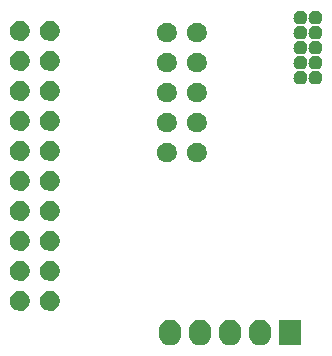
<source format=gbs>
%TF.GenerationSoftware,KiCad,Pcbnew,4.0.5-e0-6337~49~ubuntu16.04.1*%
%TF.CreationDate,2017-08-05T15:29:30-07:00*%
%TF.ProjectId,atsamd21g18-jtag-stlinkv2-adapter,617473616D6432316731382D6A746167,1.0*%
%TF.FileFunction,Soldermask,Bot*%
%FSLAX46Y46*%
G04 Gerber Fmt 4.6, Leading zero omitted, Abs format (unit mm)*
G04 Created by KiCad (PCBNEW 4.0.5-e0-6337~49~ubuntu16.04.1) date Sat Aug  5 15:29:30 2017*
%MOMM*%
%LPD*%
G01*
G04 APERTURE LIST*
%ADD10C,0.350000*%
G04 APERTURE END LIST*
D10*
G36*
X95438926Y-89091705D02*
X95438973Y-89091710D01*
X95614187Y-89145948D01*
X95775529Y-89233185D01*
X95916855Y-89350100D01*
X96032779Y-89492238D01*
X96118888Y-89654185D01*
X96171902Y-89829774D01*
X96189800Y-90012315D01*
X96189800Y-90327717D01*
X96189723Y-90338749D01*
X96189722Y-90338754D01*
X96189708Y-90340807D01*
X96169263Y-90523080D01*
X96113803Y-90697912D01*
X96025442Y-90858641D01*
X95907544Y-90999146D01*
X95764600Y-91114076D01*
X95602055Y-91199052D01*
X95426101Y-91250839D01*
X95426060Y-91250843D01*
X95426056Y-91250844D01*
X95243442Y-91267463D01*
X95061074Y-91248295D01*
X95061027Y-91248290D01*
X94885813Y-91194052D01*
X94724471Y-91106815D01*
X94583145Y-90989900D01*
X94467221Y-90847762D01*
X94381112Y-90685815D01*
X94328098Y-90510226D01*
X94310200Y-90327685D01*
X94310200Y-90012283D01*
X94310277Y-90001251D01*
X94310278Y-90001246D01*
X94310292Y-89999193D01*
X94330737Y-89816920D01*
X94386197Y-89642088D01*
X94474558Y-89481359D01*
X94592456Y-89340854D01*
X94735400Y-89225924D01*
X94897945Y-89140948D01*
X95073899Y-89089161D01*
X95073940Y-89089157D01*
X95073944Y-89089156D01*
X95256558Y-89072537D01*
X95438926Y-89091705D01*
X95438926Y-89091705D01*
G37*
G36*
X92898926Y-89091705D02*
X92898973Y-89091710D01*
X93074187Y-89145948D01*
X93235529Y-89233185D01*
X93376855Y-89350100D01*
X93492779Y-89492238D01*
X93578888Y-89654185D01*
X93631902Y-89829774D01*
X93649800Y-90012315D01*
X93649800Y-90327717D01*
X93649723Y-90338749D01*
X93649722Y-90338754D01*
X93649708Y-90340807D01*
X93629263Y-90523080D01*
X93573803Y-90697912D01*
X93485442Y-90858641D01*
X93367544Y-90999146D01*
X93224600Y-91114076D01*
X93062055Y-91199052D01*
X92886101Y-91250839D01*
X92886060Y-91250843D01*
X92886056Y-91250844D01*
X92703442Y-91267463D01*
X92521074Y-91248295D01*
X92521027Y-91248290D01*
X92345813Y-91194052D01*
X92184471Y-91106815D01*
X92043145Y-90989900D01*
X91927221Y-90847762D01*
X91841112Y-90685815D01*
X91788098Y-90510226D01*
X91770200Y-90327685D01*
X91770200Y-90012283D01*
X91770277Y-90001251D01*
X91770278Y-90001246D01*
X91770292Y-89999193D01*
X91790737Y-89816920D01*
X91846197Y-89642088D01*
X91934558Y-89481359D01*
X92052456Y-89340854D01*
X92195400Y-89225924D01*
X92357945Y-89140948D01*
X92533899Y-89089161D01*
X92533940Y-89089157D01*
X92533944Y-89089156D01*
X92716558Y-89072537D01*
X92898926Y-89091705D01*
X92898926Y-89091705D01*
G37*
G36*
X90358926Y-89091705D02*
X90358973Y-89091710D01*
X90534187Y-89145948D01*
X90695529Y-89233185D01*
X90836855Y-89350100D01*
X90952779Y-89492238D01*
X91038888Y-89654185D01*
X91091902Y-89829774D01*
X91109800Y-90012315D01*
X91109800Y-90327717D01*
X91109723Y-90338749D01*
X91109722Y-90338754D01*
X91109708Y-90340807D01*
X91089263Y-90523080D01*
X91033803Y-90697912D01*
X90945442Y-90858641D01*
X90827544Y-90999146D01*
X90684600Y-91114076D01*
X90522055Y-91199052D01*
X90346101Y-91250839D01*
X90346060Y-91250843D01*
X90346056Y-91250844D01*
X90163442Y-91267463D01*
X89981074Y-91248295D01*
X89981027Y-91248290D01*
X89805813Y-91194052D01*
X89644471Y-91106815D01*
X89503145Y-90989900D01*
X89387221Y-90847762D01*
X89301112Y-90685815D01*
X89248098Y-90510226D01*
X89230200Y-90327685D01*
X89230200Y-90012283D01*
X89230277Y-90001251D01*
X89230278Y-90001246D01*
X89230292Y-89999193D01*
X89250737Y-89816920D01*
X89306197Y-89642088D01*
X89394558Y-89481359D01*
X89512456Y-89340854D01*
X89655400Y-89225924D01*
X89817945Y-89140948D01*
X89993899Y-89089161D01*
X89993940Y-89089157D01*
X89993944Y-89089156D01*
X90176558Y-89072537D01*
X90358926Y-89091705D01*
X90358926Y-89091705D01*
G37*
G36*
X97978926Y-89091705D02*
X97978973Y-89091710D01*
X98154187Y-89145948D01*
X98315529Y-89233185D01*
X98456855Y-89350100D01*
X98572779Y-89492238D01*
X98658888Y-89654185D01*
X98711902Y-89829774D01*
X98729800Y-90012315D01*
X98729800Y-90327717D01*
X98729723Y-90338749D01*
X98729722Y-90338754D01*
X98729708Y-90340807D01*
X98709263Y-90523080D01*
X98653803Y-90697912D01*
X98565442Y-90858641D01*
X98447544Y-90999146D01*
X98304600Y-91114076D01*
X98142055Y-91199052D01*
X97966101Y-91250839D01*
X97966060Y-91250843D01*
X97966056Y-91250844D01*
X97783442Y-91267463D01*
X97601074Y-91248295D01*
X97601027Y-91248290D01*
X97425813Y-91194052D01*
X97264471Y-91106815D01*
X97123145Y-90989900D01*
X97007221Y-90847762D01*
X96921112Y-90685815D01*
X96868098Y-90510226D01*
X96850200Y-90327685D01*
X96850200Y-90012283D01*
X96850277Y-90001251D01*
X96850278Y-90001246D01*
X96850292Y-89999193D01*
X96870737Y-89816920D01*
X96926197Y-89642088D01*
X97014558Y-89481359D01*
X97132456Y-89340854D01*
X97275400Y-89225924D01*
X97437945Y-89140948D01*
X97613899Y-89089161D01*
X97613940Y-89089157D01*
X97613944Y-89089156D01*
X97796558Y-89072537D01*
X97978926Y-89091705D01*
X97978926Y-89091705D01*
G37*
G36*
X101269800Y-91262200D02*
X99390200Y-91262200D01*
X99390200Y-89077800D01*
X101269800Y-89077800D01*
X101269800Y-91262200D01*
X101269800Y-91262200D01*
G37*
G36*
X80098043Y-86665357D02*
X80259058Y-86698409D01*
X80410601Y-86762111D01*
X80546873Y-86854029D01*
X80662706Y-86970672D01*
X80753668Y-87107582D01*
X80816310Y-87259563D01*
X80848168Y-87420456D01*
X80848168Y-87420466D01*
X80848236Y-87420810D01*
X80845615Y-87608563D01*
X80845537Y-87608906D01*
X80845537Y-87608909D01*
X80809197Y-87768861D01*
X80742340Y-87919025D01*
X80647584Y-88053347D01*
X80528545Y-88166708D01*
X80389753Y-88254788D01*
X80236499Y-88314231D01*
X80074619Y-88342775D01*
X79910273Y-88339332D01*
X79749728Y-88304035D01*
X79599094Y-88238224D01*
X79464118Y-88144413D01*
X79349930Y-88026168D01*
X79260883Y-87887994D01*
X79200369Y-87735153D01*
X79170697Y-87573481D01*
X79172991Y-87409116D01*
X79207169Y-87248326D01*
X79271923Y-87097240D01*
X79364794Y-86961607D01*
X79482237Y-86846598D01*
X79619786Y-86756588D01*
X79772197Y-86695010D01*
X79933662Y-86664209D01*
X80098043Y-86665357D01*
X80098043Y-86665357D01*
G37*
G36*
X77558043Y-86665357D02*
X77719058Y-86698409D01*
X77870601Y-86762111D01*
X78006873Y-86854029D01*
X78122706Y-86970672D01*
X78213668Y-87107582D01*
X78276310Y-87259563D01*
X78308168Y-87420456D01*
X78308168Y-87420466D01*
X78308236Y-87420810D01*
X78305615Y-87608563D01*
X78305537Y-87608906D01*
X78305537Y-87608909D01*
X78269197Y-87768861D01*
X78202340Y-87919025D01*
X78107584Y-88053347D01*
X77988545Y-88166708D01*
X77849753Y-88254788D01*
X77696499Y-88314231D01*
X77534619Y-88342775D01*
X77370273Y-88339332D01*
X77209728Y-88304035D01*
X77059094Y-88238224D01*
X76924118Y-88144413D01*
X76809930Y-88026168D01*
X76720883Y-87887994D01*
X76660369Y-87735153D01*
X76630697Y-87573481D01*
X76632991Y-87409116D01*
X76667169Y-87248326D01*
X76731923Y-87097240D01*
X76824794Y-86961607D01*
X76942237Y-86846598D01*
X77079786Y-86756588D01*
X77232197Y-86695010D01*
X77393662Y-86664209D01*
X77558043Y-86665357D01*
X77558043Y-86665357D01*
G37*
G36*
X77558043Y-84125357D02*
X77719058Y-84158409D01*
X77870601Y-84222111D01*
X78006873Y-84314029D01*
X78122706Y-84430672D01*
X78213668Y-84567582D01*
X78276310Y-84719563D01*
X78308168Y-84880456D01*
X78308168Y-84880466D01*
X78308236Y-84880810D01*
X78305615Y-85068563D01*
X78305537Y-85068906D01*
X78305537Y-85068909D01*
X78269197Y-85228861D01*
X78202340Y-85379025D01*
X78107584Y-85513347D01*
X77988545Y-85626708D01*
X77849753Y-85714788D01*
X77696499Y-85774231D01*
X77534619Y-85802775D01*
X77370273Y-85799332D01*
X77209728Y-85764035D01*
X77059094Y-85698224D01*
X76924118Y-85604413D01*
X76809930Y-85486168D01*
X76720883Y-85347994D01*
X76660369Y-85195153D01*
X76630697Y-85033481D01*
X76632991Y-84869116D01*
X76667169Y-84708326D01*
X76731923Y-84557240D01*
X76824794Y-84421607D01*
X76942237Y-84306598D01*
X77079786Y-84216588D01*
X77232197Y-84155010D01*
X77393662Y-84124209D01*
X77558043Y-84125357D01*
X77558043Y-84125357D01*
G37*
G36*
X80098043Y-84125357D02*
X80259058Y-84158409D01*
X80410601Y-84222111D01*
X80546873Y-84314029D01*
X80662706Y-84430672D01*
X80753668Y-84567582D01*
X80816310Y-84719563D01*
X80848168Y-84880456D01*
X80848168Y-84880466D01*
X80848236Y-84880810D01*
X80845615Y-85068563D01*
X80845537Y-85068906D01*
X80845537Y-85068909D01*
X80809197Y-85228861D01*
X80742340Y-85379025D01*
X80647584Y-85513347D01*
X80528545Y-85626708D01*
X80389753Y-85714788D01*
X80236499Y-85774231D01*
X80074619Y-85802775D01*
X79910273Y-85799332D01*
X79749728Y-85764035D01*
X79599094Y-85698224D01*
X79464118Y-85604413D01*
X79349930Y-85486168D01*
X79260883Y-85347994D01*
X79200369Y-85195153D01*
X79170697Y-85033481D01*
X79172991Y-84869116D01*
X79207169Y-84708326D01*
X79271923Y-84557240D01*
X79364794Y-84421607D01*
X79482237Y-84306598D01*
X79619786Y-84216588D01*
X79772197Y-84155010D01*
X79933662Y-84124209D01*
X80098043Y-84125357D01*
X80098043Y-84125357D01*
G37*
G36*
X77558043Y-81585357D02*
X77719058Y-81618409D01*
X77870601Y-81682111D01*
X78006873Y-81774029D01*
X78122706Y-81890672D01*
X78213668Y-82027582D01*
X78276310Y-82179563D01*
X78308168Y-82340456D01*
X78308168Y-82340466D01*
X78308236Y-82340810D01*
X78305615Y-82528563D01*
X78305537Y-82528906D01*
X78305537Y-82528909D01*
X78269197Y-82688861D01*
X78202340Y-82839025D01*
X78107584Y-82973347D01*
X77988545Y-83086708D01*
X77849753Y-83174788D01*
X77696499Y-83234231D01*
X77534619Y-83262775D01*
X77370273Y-83259332D01*
X77209728Y-83224035D01*
X77059094Y-83158224D01*
X76924118Y-83064413D01*
X76809930Y-82946168D01*
X76720883Y-82807994D01*
X76660369Y-82655153D01*
X76630697Y-82493481D01*
X76632991Y-82329116D01*
X76667169Y-82168326D01*
X76731923Y-82017240D01*
X76824794Y-81881607D01*
X76942237Y-81766598D01*
X77079786Y-81676588D01*
X77232197Y-81615010D01*
X77393662Y-81584209D01*
X77558043Y-81585357D01*
X77558043Y-81585357D01*
G37*
G36*
X80098043Y-81585357D02*
X80259058Y-81618409D01*
X80410601Y-81682111D01*
X80546873Y-81774029D01*
X80662706Y-81890672D01*
X80753668Y-82027582D01*
X80816310Y-82179563D01*
X80848168Y-82340456D01*
X80848168Y-82340466D01*
X80848236Y-82340810D01*
X80845615Y-82528563D01*
X80845537Y-82528906D01*
X80845537Y-82528909D01*
X80809197Y-82688861D01*
X80742340Y-82839025D01*
X80647584Y-82973347D01*
X80528545Y-83086708D01*
X80389753Y-83174788D01*
X80236499Y-83234231D01*
X80074619Y-83262775D01*
X79910273Y-83259332D01*
X79749728Y-83224035D01*
X79599094Y-83158224D01*
X79464118Y-83064413D01*
X79349930Y-82946168D01*
X79260883Y-82807994D01*
X79200369Y-82655153D01*
X79170697Y-82493481D01*
X79172991Y-82329116D01*
X79207169Y-82168326D01*
X79271923Y-82017240D01*
X79364794Y-81881607D01*
X79482237Y-81766598D01*
X79619786Y-81676588D01*
X79772197Y-81615010D01*
X79933662Y-81584209D01*
X80098043Y-81585357D01*
X80098043Y-81585357D01*
G37*
G36*
X80098043Y-79045357D02*
X80259058Y-79078409D01*
X80410601Y-79142111D01*
X80546873Y-79234029D01*
X80662706Y-79350672D01*
X80753668Y-79487582D01*
X80816310Y-79639563D01*
X80848168Y-79800456D01*
X80848168Y-79800466D01*
X80848236Y-79800810D01*
X80845615Y-79988563D01*
X80845537Y-79988906D01*
X80845537Y-79988909D01*
X80809197Y-80148861D01*
X80742340Y-80299025D01*
X80647584Y-80433347D01*
X80528545Y-80546708D01*
X80389753Y-80634788D01*
X80236499Y-80694231D01*
X80074619Y-80722775D01*
X79910273Y-80719332D01*
X79749728Y-80684035D01*
X79599094Y-80618224D01*
X79464118Y-80524413D01*
X79349930Y-80406168D01*
X79260883Y-80267994D01*
X79200369Y-80115153D01*
X79170697Y-79953481D01*
X79172991Y-79789116D01*
X79207169Y-79628326D01*
X79271923Y-79477240D01*
X79364794Y-79341607D01*
X79482237Y-79226598D01*
X79619786Y-79136588D01*
X79772197Y-79075010D01*
X79933662Y-79044209D01*
X80098043Y-79045357D01*
X80098043Y-79045357D01*
G37*
G36*
X77558043Y-79045357D02*
X77719058Y-79078409D01*
X77870601Y-79142111D01*
X78006873Y-79234029D01*
X78122706Y-79350672D01*
X78213668Y-79487582D01*
X78276310Y-79639563D01*
X78308168Y-79800456D01*
X78308168Y-79800466D01*
X78308236Y-79800810D01*
X78305615Y-79988563D01*
X78305537Y-79988906D01*
X78305537Y-79988909D01*
X78269197Y-80148861D01*
X78202340Y-80299025D01*
X78107584Y-80433347D01*
X77988545Y-80546708D01*
X77849753Y-80634788D01*
X77696499Y-80694231D01*
X77534619Y-80722775D01*
X77370273Y-80719332D01*
X77209728Y-80684035D01*
X77059094Y-80618224D01*
X76924118Y-80524413D01*
X76809930Y-80406168D01*
X76720883Y-80267994D01*
X76660369Y-80115153D01*
X76630697Y-79953481D01*
X76632991Y-79789116D01*
X76667169Y-79628326D01*
X76731923Y-79477240D01*
X76824794Y-79341607D01*
X76942237Y-79226598D01*
X77079786Y-79136588D01*
X77232197Y-79075010D01*
X77393662Y-79044209D01*
X77558043Y-79045357D01*
X77558043Y-79045357D01*
G37*
G36*
X80098043Y-76505357D02*
X80259058Y-76538409D01*
X80410601Y-76602111D01*
X80546873Y-76694029D01*
X80662706Y-76810672D01*
X80753668Y-76947582D01*
X80816310Y-77099563D01*
X80848168Y-77260456D01*
X80848168Y-77260466D01*
X80848236Y-77260810D01*
X80845615Y-77448563D01*
X80845537Y-77448906D01*
X80845537Y-77448909D01*
X80809197Y-77608861D01*
X80742340Y-77759025D01*
X80647584Y-77893347D01*
X80528545Y-78006708D01*
X80389753Y-78094788D01*
X80236499Y-78154231D01*
X80074619Y-78182775D01*
X79910273Y-78179332D01*
X79749728Y-78144035D01*
X79599094Y-78078224D01*
X79464118Y-77984413D01*
X79349930Y-77866168D01*
X79260883Y-77727994D01*
X79200369Y-77575153D01*
X79170697Y-77413481D01*
X79172991Y-77249116D01*
X79207169Y-77088326D01*
X79271923Y-76937240D01*
X79364794Y-76801607D01*
X79482237Y-76686598D01*
X79619786Y-76596588D01*
X79772197Y-76535010D01*
X79933662Y-76504209D01*
X80098043Y-76505357D01*
X80098043Y-76505357D01*
G37*
G36*
X77558043Y-76505357D02*
X77719058Y-76538409D01*
X77870601Y-76602111D01*
X78006873Y-76694029D01*
X78122706Y-76810672D01*
X78213668Y-76947582D01*
X78276310Y-77099563D01*
X78308168Y-77260456D01*
X78308168Y-77260466D01*
X78308236Y-77260810D01*
X78305615Y-77448563D01*
X78305537Y-77448906D01*
X78305537Y-77448909D01*
X78269197Y-77608861D01*
X78202340Y-77759025D01*
X78107584Y-77893347D01*
X77988545Y-78006708D01*
X77849753Y-78094788D01*
X77696499Y-78154231D01*
X77534619Y-78182775D01*
X77370273Y-78179332D01*
X77209728Y-78144035D01*
X77059094Y-78078224D01*
X76924118Y-77984413D01*
X76809930Y-77866168D01*
X76720883Y-77727994D01*
X76660369Y-77575153D01*
X76630697Y-77413481D01*
X76632991Y-77249116D01*
X76667169Y-77088326D01*
X76731923Y-76937240D01*
X76824794Y-76801607D01*
X76942237Y-76686598D01*
X77079786Y-76596588D01*
X77232197Y-76535010D01*
X77393662Y-76504209D01*
X77558043Y-76505357D01*
X77558043Y-76505357D01*
G37*
G36*
X90004043Y-74092357D02*
X90165058Y-74125409D01*
X90316601Y-74189111D01*
X90452873Y-74281029D01*
X90568706Y-74397672D01*
X90659668Y-74534582D01*
X90722310Y-74686563D01*
X90754168Y-74847456D01*
X90754168Y-74847466D01*
X90754236Y-74847810D01*
X90751615Y-75035563D01*
X90751537Y-75035906D01*
X90751537Y-75035909D01*
X90715197Y-75195861D01*
X90648340Y-75346025D01*
X90553584Y-75480347D01*
X90434545Y-75593708D01*
X90295753Y-75681788D01*
X90142499Y-75741231D01*
X89980619Y-75769775D01*
X89816273Y-75766332D01*
X89655728Y-75731035D01*
X89505094Y-75665224D01*
X89370118Y-75571413D01*
X89255930Y-75453168D01*
X89166883Y-75314994D01*
X89106369Y-75162153D01*
X89076697Y-75000481D01*
X89078991Y-74836116D01*
X89113169Y-74675326D01*
X89177923Y-74524240D01*
X89270794Y-74388607D01*
X89388237Y-74273598D01*
X89525786Y-74183588D01*
X89678197Y-74122010D01*
X89839662Y-74091209D01*
X90004043Y-74092357D01*
X90004043Y-74092357D01*
G37*
G36*
X92544043Y-74092357D02*
X92705058Y-74125409D01*
X92856601Y-74189111D01*
X92992873Y-74281029D01*
X93108706Y-74397672D01*
X93199668Y-74534582D01*
X93262310Y-74686563D01*
X93294168Y-74847456D01*
X93294168Y-74847466D01*
X93294236Y-74847810D01*
X93291615Y-75035563D01*
X93291537Y-75035906D01*
X93291537Y-75035909D01*
X93255197Y-75195861D01*
X93188340Y-75346025D01*
X93093584Y-75480347D01*
X92974545Y-75593708D01*
X92835753Y-75681788D01*
X92682499Y-75741231D01*
X92520619Y-75769775D01*
X92356273Y-75766332D01*
X92195728Y-75731035D01*
X92045094Y-75665224D01*
X91910118Y-75571413D01*
X91795930Y-75453168D01*
X91706883Y-75314994D01*
X91646369Y-75162153D01*
X91616697Y-75000481D01*
X91618991Y-74836116D01*
X91653169Y-74675326D01*
X91717923Y-74524240D01*
X91810794Y-74388607D01*
X91928237Y-74273598D01*
X92065786Y-74183588D01*
X92218197Y-74122010D01*
X92379662Y-74091209D01*
X92544043Y-74092357D01*
X92544043Y-74092357D01*
G37*
G36*
X80098043Y-73965357D02*
X80259058Y-73998409D01*
X80410601Y-74062111D01*
X80546873Y-74154029D01*
X80662706Y-74270672D01*
X80753668Y-74407582D01*
X80816310Y-74559563D01*
X80848168Y-74720456D01*
X80848168Y-74720466D01*
X80848236Y-74720810D01*
X80845615Y-74908563D01*
X80845537Y-74908906D01*
X80845537Y-74908909D01*
X80809197Y-75068861D01*
X80742340Y-75219025D01*
X80647584Y-75353347D01*
X80528545Y-75466708D01*
X80389753Y-75554788D01*
X80236499Y-75614231D01*
X80074619Y-75642775D01*
X79910273Y-75639332D01*
X79749728Y-75604035D01*
X79599094Y-75538224D01*
X79464118Y-75444413D01*
X79349930Y-75326168D01*
X79260883Y-75187994D01*
X79200369Y-75035153D01*
X79170697Y-74873481D01*
X79172991Y-74709116D01*
X79207169Y-74548326D01*
X79271923Y-74397240D01*
X79364794Y-74261607D01*
X79482237Y-74146598D01*
X79619786Y-74056588D01*
X79772197Y-73995010D01*
X79933662Y-73964209D01*
X80098043Y-73965357D01*
X80098043Y-73965357D01*
G37*
G36*
X77558043Y-73965357D02*
X77719058Y-73998409D01*
X77870601Y-74062111D01*
X78006873Y-74154029D01*
X78122706Y-74270672D01*
X78213668Y-74407582D01*
X78276310Y-74559563D01*
X78308168Y-74720456D01*
X78308168Y-74720466D01*
X78308236Y-74720810D01*
X78305615Y-74908563D01*
X78305537Y-74908906D01*
X78305537Y-74908909D01*
X78269197Y-75068861D01*
X78202340Y-75219025D01*
X78107584Y-75353347D01*
X77988545Y-75466708D01*
X77849753Y-75554788D01*
X77696499Y-75614231D01*
X77534619Y-75642775D01*
X77370273Y-75639332D01*
X77209728Y-75604035D01*
X77059094Y-75538224D01*
X76924118Y-75444413D01*
X76809930Y-75326168D01*
X76720883Y-75187994D01*
X76660369Y-75035153D01*
X76630697Y-74873481D01*
X76632991Y-74709116D01*
X76667169Y-74548326D01*
X76731923Y-74397240D01*
X76824794Y-74261607D01*
X76942237Y-74146598D01*
X77079786Y-74056588D01*
X77232197Y-73995010D01*
X77393662Y-73964209D01*
X77558043Y-73965357D01*
X77558043Y-73965357D01*
G37*
G36*
X92544043Y-71552357D02*
X92705058Y-71585409D01*
X92856601Y-71649111D01*
X92992873Y-71741029D01*
X93108706Y-71857672D01*
X93199668Y-71994582D01*
X93262310Y-72146563D01*
X93294168Y-72307456D01*
X93294168Y-72307466D01*
X93294236Y-72307810D01*
X93291615Y-72495563D01*
X93291537Y-72495906D01*
X93291537Y-72495909D01*
X93255197Y-72655861D01*
X93188340Y-72806025D01*
X93093584Y-72940347D01*
X92974545Y-73053708D01*
X92835753Y-73141788D01*
X92682499Y-73201231D01*
X92520619Y-73229775D01*
X92356273Y-73226332D01*
X92195728Y-73191035D01*
X92045094Y-73125224D01*
X91910118Y-73031413D01*
X91795930Y-72913168D01*
X91706883Y-72774994D01*
X91646369Y-72622153D01*
X91616697Y-72460481D01*
X91618991Y-72296116D01*
X91653169Y-72135326D01*
X91717923Y-71984240D01*
X91810794Y-71848607D01*
X91928237Y-71733598D01*
X92065786Y-71643588D01*
X92218197Y-71582010D01*
X92379662Y-71551209D01*
X92544043Y-71552357D01*
X92544043Y-71552357D01*
G37*
G36*
X90004043Y-71552357D02*
X90165058Y-71585409D01*
X90316601Y-71649111D01*
X90452873Y-71741029D01*
X90568706Y-71857672D01*
X90659668Y-71994582D01*
X90722310Y-72146563D01*
X90754168Y-72307456D01*
X90754168Y-72307466D01*
X90754236Y-72307810D01*
X90751615Y-72495563D01*
X90751537Y-72495906D01*
X90751537Y-72495909D01*
X90715197Y-72655861D01*
X90648340Y-72806025D01*
X90553584Y-72940347D01*
X90434545Y-73053708D01*
X90295753Y-73141788D01*
X90142499Y-73201231D01*
X89980619Y-73229775D01*
X89816273Y-73226332D01*
X89655728Y-73191035D01*
X89505094Y-73125224D01*
X89370118Y-73031413D01*
X89255930Y-72913168D01*
X89166883Y-72774994D01*
X89106369Y-72622153D01*
X89076697Y-72460481D01*
X89078991Y-72296116D01*
X89113169Y-72135326D01*
X89177923Y-71984240D01*
X89270794Y-71848607D01*
X89388237Y-71733598D01*
X89525786Y-71643588D01*
X89678197Y-71582010D01*
X89839662Y-71551209D01*
X90004043Y-71552357D01*
X90004043Y-71552357D01*
G37*
G36*
X80098043Y-71425357D02*
X80259058Y-71458409D01*
X80410601Y-71522111D01*
X80546873Y-71614029D01*
X80662706Y-71730672D01*
X80753668Y-71867582D01*
X80816310Y-72019563D01*
X80848168Y-72180456D01*
X80848168Y-72180466D01*
X80848236Y-72180810D01*
X80845615Y-72368563D01*
X80845537Y-72368906D01*
X80845537Y-72368909D01*
X80809197Y-72528861D01*
X80742340Y-72679025D01*
X80647584Y-72813347D01*
X80528545Y-72926708D01*
X80389753Y-73014788D01*
X80236499Y-73074231D01*
X80074619Y-73102775D01*
X79910273Y-73099332D01*
X79749728Y-73064035D01*
X79599094Y-72998224D01*
X79464118Y-72904413D01*
X79349930Y-72786168D01*
X79260883Y-72647994D01*
X79200369Y-72495153D01*
X79170697Y-72333481D01*
X79172991Y-72169116D01*
X79207169Y-72008326D01*
X79271923Y-71857240D01*
X79364794Y-71721607D01*
X79482237Y-71606598D01*
X79619786Y-71516588D01*
X79772197Y-71455010D01*
X79933662Y-71424209D01*
X80098043Y-71425357D01*
X80098043Y-71425357D01*
G37*
G36*
X77558043Y-71425357D02*
X77719058Y-71458409D01*
X77870601Y-71522111D01*
X78006873Y-71614029D01*
X78122706Y-71730672D01*
X78213668Y-71867582D01*
X78276310Y-72019563D01*
X78308168Y-72180456D01*
X78308168Y-72180466D01*
X78308236Y-72180810D01*
X78305615Y-72368563D01*
X78305537Y-72368906D01*
X78305537Y-72368909D01*
X78269197Y-72528861D01*
X78202340Y-72679025D01*
X78107584Y-72813347D01*
X77988545Y-72926708D01*
X77849753Y-73014788D01*
X77696499Y-73074231D01*
X77534619Y-73102775D01*
X77370273Y-73099332D01*
X77209728Y-73064035D01*
X77059094Y-72998224D01*
X76924118Y-72904413D01*
X76809930Y-72786168D01*
X76720883Y-72647994D01*
X76660369Y-72495153D01*
X76630697Y-72333481D01*
X76632991Y-72169116D01*
X76667169Y-72008326D01*
X76731923Y-71857240D01*
X76824794Y-71721607D01*
X76942237Y-71606598D01*
X77079786Y-71516588D01*
X77232197Y-71455010D01*
X77393662Y-71424209D01*
X77558043Y-71425357D01*
X77558043Y-71425357D01*
G37*
G36*
X92544043Y-69012357D02*
X92705058Y-69045409D01*
X92856601Y-69109111D01*
X92992873Y-69201029D01*
X93108706Y-69317672D01*
X93199668Y-69454582D01*
X93262310Y-69606563D01*
X93294168Y-69767456D01*
X93294168Y-69767466D01*
X93294236Y-69767810D01*
X93291615Y-69955563D01*
X93291537Y-69955906D01*
X93291537Y-69955909D01*
X93255197Y-70115861D01*
X93188340Y-70266025D01*
X93093584Y-70400347D01*
X92974545Y-70513708D01*
X92835753Y-70601788D01*
X92682499Y-70661231D01*
X92520619Y-70689775D01*
X92356273Y-70686332D01*
X92195728Y-70651035D01*
X92045094Y-70585224D01*
X91910118Y-70491413D01*
X91795930Y-70373168D01*
X91706883Y-70234994D01*
X91646369Y-70082153D01*
X91616697Y-69920481D01*
X91618991Y-69756116D01*
X91653169Y-69595326D01*
X91717923Y-69444240D01*
X91810794Y-69308607D01*
X91928237Y-69193598D01*
X92065786Y-69103588D01*
X92218197Y-69042010D01*
X92379662Y-69011209D01*
X92544043Y-69012357D01*
X92544043Y-69012357D01*
G37*
G36*
X90004043Y-69012357D02*
X90165058Y-69045409D01*
X90316601Y-69109111D01*
X90452873Y-69201029D01*
X90568706Y-69317672D01*
X90659668Y-69454582D01*
X90722310Y-69606563D01*
X90754168Y-69767456D01*
X90754168Y-69767466D01*
X90754236Y-69767810D01*
X90751615Y-69955563D01*
X90751537Y-69955906D01*
X90751537Y-69955909D01*
X90715197Y-70115861D01*
X90648340Y-70266025D01*
X90553584Y-70400347D01*
X90434545Y-70513708D01*
X90295753Y-70601788D01*
X90142499Y-70661231D01*
X89980619Y-70689775D01*
X89816273Y-70686332D01*
X89655728Y-70651035D01*
X89505094Y-70585224D01*
X89370118Y-70491413D01*
X89255930Y-70373168D01*
X89166883Y-70234994D01*
X89106369Y-70082153D01*
X89076697Y-69920481D01*
X89078991Y-69756116D01*
X89113169Y-69595326D01*
X89177923Y-69444240D01*
X89270794Y-69308607D01*
X89388237Y-69193598D01*
X89525786Y-69103588D01*
X89678197Y-69042010D01*
X89839662Y-69011209D01*
X90004043Y-69012357D01*
X90004043Y-69012357D01*
G37*
G36*
X77558043Y-68885357D02*
X77719058Y-68918409D01*
X77870601Y-68982111D01*
X78006873Y-69074029D01*
X78122706Y-69190672D01*
X78213668Y-69327582D01*
X78276310Y-69479563D01*
X78308168Y-69640456D01*
X78308168Y-69640466D01*
X78308236Y-69640810D01*
X78305615Y-69828563D01*
X78305537Y-69828906D01*
X78305537Y-69828909D01*
X78269197Y-69988861D01*
X78202340Y-70139025D01*
X78107584Y-70273347D01*
X77988545Y-70386708D01*
X77849753Y-70474788D01*
X77696499Y-70534231D01*
X77534619Y-70562775D01*
X77370273Y-70559332D01*
X77209728Y-70524035D01*
X77059094Y-70458224D01*
X76924118Y-70364413D01*
X76809930Y-70246168D01*
X76720883Y-70107994D01*
X76660369Y-69955153D01*
X76630697Y-69793481D01*
X76632991Y-69629116D01*
X76667169Y-69468326D01*
X76731923Y-69317240D01*
X76824794Y-69181607D01*
X76942237Y-69066598D01*
X77079786Y-68976588D01*
X77232197Y-68915010D01*
X77393662Y-68884209D01*
X77558043Y-68885357D01*
X77558043Y-68885357D01*
G37*
G36*
X80098043Y-68885357D02*
X80259058Y-68918409D01*
X80410601Y-68982111D01*
X80546873Y-69074029D01*
X80662706Y-69190672D01*
X80753668Y-69327582D01*
X80816310Y-69479563D01*
X80848168Y-69640456D01*
X80848168Y-69640466D01*
X80848236Y-69640810D01*
X80845615Y-69828563D01*
X80845537Y-69828906D01*
X80845537Y-69828909D01*
X80809197Y-69988861D01*
X80742340Y-70139025D01*
X80647584Y-70273347D01*
X80528545Y-70386708D01*
X80389753Y-70474788D01*
X80236499Y-70534231D01*
X80074619Y-70562775D01*
X79910273Y-70559332D01*
X79749728Y-70524035D01*
X79599094Y-70458224D01*
X79464118Y-70364413D01*
X79349930Y-70246168D01*
X79260883Y-70107994D01*
X79200369Y-69955153D01*
X79170697Y-69793481D01*
X79172991Y-69629116D01*
X79207169Y-69468326D01*
X79271923Y-69317240D01*
X79364794Y-69181607D01*
X79482237Y-69066598D01*
X79619786Y-68976588D01*
X79772197Y-68915010D01*
X79933662Y-68884209D01*
X80098043Y-68885357D01*
X80098043Y-68885357D01*
G37*
G36*
X102509764Y-67983910D02*
X102521820Y-67991591D01*
X102542462Y-67996132D01*
X102550364Y-67996187D01*
X102662585Y-68019224D01*
X102768207Y-68063623D01*
X102863187Y-68127688D01*
X102943915Y-68208981D01*
X103007315Y-68304405D01*
X103050973Y-68410328D01*
X103073157Y-68522367D01*
X103073157Y-68522372D01*
X103073225Y-68522716D01*
X103071398Y-68653574D01*
X103071321Y-68653912D01*
X103071321Y-68653921D01*
X103046016Y-68765298D01*
X102999419Y-68869956D01*
X102933377Y-68963576D01*
X102850410Y-69042585D01*
X102753678Y-69103973D01*
X102646861Y-69145404D01*
X102534038Y-69165298D01*
X102419492Y-69162898D01*
X102307598Y-69138298D01*
X102202611Y-69092429D01*
X102108537Y-69027046D01*
X102028951Y-68944633D01*
X101966888Y-68848330D01*
X101924711Y-68741802D01*
X101904031Y-68629123D01*
X101905630Y-68514566D01*
X101929451Y-68402498D01*
X101974582Y-68297197D01*
X102039310Y-68202665D01*
X102121165Y-68122507D01*
X102217033Y-68059773D01*
X102323259Y-68016855D01*
X102435794Y-67995388D01*
X102473754Y-67995653D01*
X102487920Y-67993740D01*
X102500993Y-67987957D01*
X102508084Y-67981999D01*
X102509764Y-67983910D01*
X102509764Y-67983910D01*
G37*
G36*
X101239764Y-67983910D02*
X101251820Y-67991591D01*
X101272462Y-67996132D01*
X101280364Y-67996187D01*
X101392585Y-68019224D01*
X101498207Y-68063623D01*
X101593187Y-68127688D01*
X101673915Y-68208981D01*
X101737315Y-68304405D01*
X101780973Y-68410328D01*
X101803157Y-68522367D01*
X101803157Y-68522372D01*
X101803225Y-68522716D01*
X101801398Y-68653574D01*
X101801321Y-68653912D01*
X101801321Y-68653921D01*
X101776016Y-68765298D01*
X101729419Y-68869956D01*
X101663377Y-68963576D01*
X101580410Y-69042585D01*
X101483678Y-69103973D01*
X101376861Y-69145404D01*
X101264038Y-69165298D01*
X101149492Y-69162898D01*
X101037598Y-69138298D01*
X100932611Y-69092429D01*
X100838537Y-69027046D01*
X100758951Y-68944633D01*
X100696888Y-68848330D01*
X100654711Y-68741802D01*
X100634031Y-68629123D01*
X100635630Y-68514566D01*
X100659451Y-68402498D01*
X100704582Y-68297197D01*
X100769310Y-68202665D01*
X100851165Y-68122507D01*
X100947033Y-68059773D01*
X101053259Y-68016855D01*
X101165794Y-67995388D01*
X101203754Y-67995653D01*
X101217920Y-67993740D01*
X101230993Y-67987957D01*
X101238084Y-67981999D01*
X101239764Y-67983910D01*
X101239764Y-67983910D01*
G37*
G36*
X90004043Y-66472357D02*
X90165058Y-66505409D01*
X90316601Y-66569111D01*
X90452873Y-66661029D01*
X90568706Y-66777672D01*
X90659668Y-66914582D01*
X90722310Y-67066563D01*
X90754168Y-67227456D01*
X90754168Y-67227466D01*
X90754236Y-67227810D01*
X90751615Y-67415563D01*
X90751537Y-67415906D01*
X90751537Y-67415909D01*
X90715197Y-67575861D01*
X90648340Y-67726025D01*
X90553584Y-67860347D01*
X90434545Y-67973708D01*
X90295753Y-68061788D01*
X90142499Y-68121231D01*
X89980619Y-68149775D01*
X89816273Y-68146332D01*
X89655728Y-68111035D01*
X89505094Y-68045224D01*
X89370118Y-67951413D01*
X89255930Y-67833168D01*
X89166883Y-67694994D01*
X89106369Y-67542153D01*
X89076697Y-67380481D01*
X89078991Y-67216116D01*
X89113169Y-67055326D01*
X89177923Y-66904240D01*
X89270794Y-66768607D01*
X89388237Y-66653598D01*
X89525786Y-66563588D01*
X89678197Y-66502010D01*
X89839662Y-66471209D01*
X90004043Y-66472357D01*
X90004043Y-66472357D01*
G37*
G36*
X92544043Y-66472357D02*
X92705058Y-66505409D01*
X92856601Y-66569111D01*
X92992873Y-66661029D01*
X93108706Y-66777672D01*
X93199668Y-66914582D01*
X93262310Y-67066563D01*
X93294168Y-67227456D01*
X93294168Y-67227466D01*
X93294236Y-67227810D01*
X93291615Y-67415563D01*
X93291537Y-67415906D01*
X93291537Y-67415909D01*
X93255197Y-67575861D01*
X93188340Y-67726025D01*
X93093584Y-67860347D01*
X92974545Y-67973708D01*
X92835753Y-68061788D01*
X92682499Y-68121231D01*
X92520619Y-68149775D01*
X92356273Y-68146332D01*
X92195728Y-68111035D01*
X92045094Y-68045224D01*
X91910118Y-67951413D01*
X91795930Y-67833168D01*
X91706883Y-67694994D01*
X91646369Y-67542153D01*
X91616697Y-67380481D01*
X91618991Y-67216116D01*
X91653169Y-67055326D01*
X91717923Y-66904240D01*
X91810794Y-66768607D01*
X91928237Y-66653598D01*
X92065786Y-66563588D01*
X92218197Y-66502010D01*
X92379662Y-66471209D01*
X92544043Y-66472357D01*
X92544043Y-66472357D01*
G37*
G36*
X77558043Y-66345357D02*
X77719058Y-66378409D01*
X77870601Y-66442111D01*
X78006873Y-66534029D01*
X78122706Y-66650672D01*
X78213668Y-66787582D01*
X78276310Y-66939563D01*
X78308168Y-67100456D01*
X78308168Y-67100466D01*
X78308236Y-67100810D01*
X78305615Y-67288563D01*
X78305537Y-67288906D01*
X78305537Y-67288909D01*
X78269197Y-67448861D01*
X78202340Y-67599025D01*
X78107584Y-67733347D01*
X77988545Y-67846708D01*
X77849753Y-67934788D01*
X77696499Y-67994231D01*
X77534619Y-68022775D01*
X77370273Y-68019332D01*
X77209728Y-67984035D01*
X77059094Y-67918224D01*
X76924118Y-67824413D01*
X76809930Y-67706168D01*
X76720883Y-67567994D01*
X76660369Y-67415153D01*
X76630697Y-67253481D01*
X76632991Y-67089116D01*
X76667169Y-66928326D01*
X76731923Y-66777240D01*
X76824794Y-66641607D01*
X76942237Y-66526598D01*
X77079786Y-66436588D01*
X77232197Y-66375010D01*
X77393662Y-66344209D01*
X77558043Y-66345357D01*
X77558043Y-66345357D01*
G37*
G36*
X80098043Y-66345357D02*
X80259058Y-66378409D01*
X80410601Y-66442111D01*
X80546873Y-66534029D01*
X80662706Y-66650672D01*
X80753668Y-66787582D01*
X80816310Y-66939563D01*
X80848168Y-67100456D01*
X80848168Y-67100466D01*
X80848236Y-67100810D01*
X80845615Y-67288563D01*
X80845537Y-67288906D01*
X80845537Y-67288909D01*
X80809197Y-67448861D01*
X80742340Y-67599025D01*
X80647584Y-67733347D01*
X80528545Y-67846708D01*
X80389753Y-67934788D01*
X80236499Y-67994231D01*
X80074619Y-68022775D01*
X79910273Y-68019332D01*
X79749728Y-67984035D01*
X79599094Y-67918224D01*
X79464118Y-67824413D01*
X79349930Y-67706168D01*
X79260883Y-67567994D01*
X79200369Y-67415153D01*
X79170697Y-67253481D01*
X79172991Y-67089116D01*
X79207169Y-66928326D01*
X79271923Y-66777240D01*
X79364794Y-66641607D01*
X79482237Y-66526598D01*
X79619786Y-66436588D01*
X79772197Y-66375010D01*
X79933662Y-66344209D01*
X80098043Y-66345357D01*
X80098043Y-66345357D01*
G37*
G36*
X102509764Y-66713910D02*
X102521820Y-66721591D01*
X102542462Y-66726132D01*
X102550364Y-66726187D01*
X102662585Y-66749224D01*
X102768207Y-66793623D01*
X102863187Y-66857688D01*
X102943915Y-66938981D01*
X103007315Y-67034405D01*
X103050973Y-67140328D01*
X103073157Y-67252367D01*
X103073157Y-67252372D01*
X103073225Y-67252716D01*
X103071398Y-67383574D01*
X103071321Y-67383912D01*
X103071321Y-67383921D01*
X103046016Y-67495298D01*
X102999419Y-67599956D01*
X102933377Y-67693576D01*
X102850410Y-67772585D01*
X102753678Y-67833973D01*
X102646861Y-67875404D01*
X102533996Y-67895305D01*
X102520408Y-67899743D01*
X102508594Y-67907791D01*
X102508383Y-67908046D01*
X102503111Y-67903147D01*
X102490344Y-67896718D01*
X102475173Y-67894065D01*
X102419493Y-67892898D01*
X102307598Y-67868298D01*
X102202611Y-67822429D01*
X102108537Y-67757046D01*
X102028951Y-67674633D01*
X101966888Y-67578330D01*
X101924711Y-67471802D01*
X101904031Y-67359123D01*
X101905630Y-67244566D01*
X101929451Y-67132498D01*
X101974582Y-67027197D01*
X102039310Y-66932665D01*
X102121165Y-66852507D01*
X102217033Y-66789773D01*
X102323259Y-66746855D01*
X102435794Y-66725388D01*
X102473754Y-66725653D01*
X102487920Y-66723740D01*
X102500993Y-66717957D01*
X102508084Y-66711999D01*
X102509764Y-66713910D01*
X102509764Y-66713910D01*
G37*
G36*
X101239764Y-66713910D02*
X101251820Y-66721591D01*
X101272462Y-66726132D01*
X101280364Y-66726187D01*
X101392585Y-66749224D01*
X101498207Y-66793623D01*
X101593187Y-66857688D01*
X101673915Y-66938981D01*
X101737315Y-67034405D01*
X101780973Y-67140328D01*
X101803157Y-67252367D01*
X101803157Y-67252372D01*
X101803225Y-67252716D01*
X101801398Y-67383574D01*
X101801321Y-67383912D01*
X101801321Y-67383921D01*
X101776016Y-67495298D01*
X101729419Y-67599956D01*
X101663377Y-67693576D01*
X101580410Y-67772585D01*
X101483678Y-67833973D01*
X101376861Y-67875404D01*
X101263996Y-67895305D01*
X101250408Y-67899743D01*
X101238594Y-67907791D01*
X101238383Y-67908046D01*
X101233111Y-67903147D01*
X101220344Y-67896718D01*
X101205173Y-67894065D01*
X101149493Y-67892898D01*
X101037598Y-67868298D01*
X100932611Y-67822429D01*
X100838537Y-67757046D01*
X100758951Y-67674633D01*
X100696888Y-67578330D01*
X100654711Y-67471802D01*
X100634031Y-67359123D01*
X100635630Y-67244566D01*
X100659451Y-67132498D01*
X100704582Y-67027197D01*
X100769310Y-66932665D01*
X100851165Y-66852507D01*
X100947033Y-66789773D01*
X101053259Y-66746855D01*
X101165794Y-66725388D01*
X101203754Y-66725653D01*
X101217920Y-66723740D01*
X101230993Y-66717957D01*
X101238084Y-66711999D01*
X101239764Y-66713910D01*
X101239764Y-66713910D01*
G37*
G36*
X101239764Y-65443910D02*
X101251820Y-65451591D01*
X101272462Y-65456132D01*
X101280364Y-65456187D01*
X101392585Y-65479224D01*
X101498207Y-65523623D01*
X101593187Y-65587688D01*
X101673915Y-65668981D01*
X101737315Y-65764405D01*
X101780973Y-65870328D01*
X101803157Y-65982367D01*
X101803157Y-65982372D01*
X101803225Y-65982716D01*
X101801398Y-66113574D01*
X101801321Y-66113912D01*
X101801321Y-66113921D01*
X101776016Y-66225298D01*
X101729419Y-66329956D01*
X101663377Y-66423576D01*
X101580410Y-66502585D01*
X101483678Y-66563973D01*
X101376861Y-66605404D01*
X101263996Y-66625305D01*
X101250408Y-66629743D01*
X101238594Y-66637791D01*
X101238383Y-66638046D01*
X101233111Y-66633147D01*
X101220344Y-66626718D01*
X101205173Y-66624065D01*
X101149493Y-66622898D01*
X101037598Y-66598298D01*
X100932611Y-66552429D01*
X100838537Y-66487046D01*
X100758951Y-66404633D01*
X100696888Y-66308330D01*
X100654711Y-66201802D01*
X100634031Y-66089123D01*
X100635630Y-65974566D01*
X100659451Y-65862498D01*
X100704582Y-65757197D01*
X100769310Y-65662665D01*
X100851165Y-65582507D01*
X100947033Y-65519773D01*
X101053259Y-65476855D01*
X101165794Y-65455388D01*
X101203754Y-65455653D01*
X101217920Y-65453740D01*
X101230993Y-65447957D01*
X101238084Y-65441999D01*
X101239764Y-65443910D01*
X101239764Y-65443910D01*
G37*
G36*
X102509764Y-65443910D02*
X102521820Y-65451591D01*
X102542462Y-65456132D01*
X102550364Y-65456187D01*
X102662585Y-65479224D01*
X102768207Y-65523623D01*
X102863187Y-65587688D01*
X102943915Y-65668981D01*
X103007315Y-65764405D01*
X103050973Y-65870328D01*
X103073157Y-65982367D01*
X103073157Y-65982372D01*
X103073225Y-65982716D01*
X103071398Y-66113574D01*
X103071321Y-66113912D01*
X103071321Y-66113921D01*
X103046016Y-66225298D01*
X102999419Y-66329956D01*
X102933377Y-66423576D01*
X102850410Y-66502585D01*
X102753678Y-66563973D01*
X102646861Y-66605404D01*
X102533996Y-66625305D01*
X102520408Y-66629743D01*
X102508594Y-66637791D01*
X102508383Y-66638046D01*
X102503111Y-66633147D01*
X102490344Y-66626718D01*
X102475173Y-66624065D01*
X102419493Y-66622898D01*
X102307598Y-66598298D01*
X102202611Y-66552429D01*
X102108537Y-66487046D01*
X102028951Y-66404633D01*
X101966888Y-66308330D01*
X101924711Y-66201802D01*
X101904031Y-66089123D01*
X101905630Y-65974566D01*
X101929451Y-65862498D01*
X101974582Y-65757197D01*
X102039310Y-65662665D01*
X102121165Y-65582507D01*
X102217033Y-65519773D01*
X102323259Y-65476855D01*
X102435794Y-65455388D01*
X102473754Y-65455653D01*
X102487920Y-65453740D01*
X102500993Y-65447957D01*
X102508084Y-65441999D01*
X102509764Y-65443910D01*
X102509764Y-65443910D01*
G37*
G36*
X90004043Y-63932357D02*
X90165058Y-63965409D01*
X90316601Y-64029111D01*
X90452873Y-64121029D01*
X90568706Y-64237672D01*
X90659668Y-64374582D01*
X90722310Y-64526563D01*
X90754168Y-64687456D01*
X90754168Y-64687466D01*
X90754236Y-64687810D01*
X90751615Y-64875563D01*
X90751537Y-64875906D01*
X90751537Y-64875909D01*
X90715197Y-65035861D01*
X90648340Y-65186025D01*
X90553584Y-65320347D01*
X90434545Y-65433708D01*
X90295753Y-65521788D01*
X90142499Y-65581231D01*
X89980619Y-65609775D01*
X89816273Y-65606332D01*
X89655728Y-65571035D01*
X89505094Y-65505224D01*
X89370118Y-65411413D01*
X89255930Y-65293168D01*
X89166883Y-65154994D01*
X89106369Y-65002153D01*
X89076697Y-64840481D01*
X89078991Y-64676116D01*
X89113169Y-64515326D01*
X89177923Y-64364240D01*
X89270794Y-64228607D01*
X89388237Y-64113598D01*
X89525786Y-64023588D01*
X89678197Y-63962010D01*
X89839662Y-63931209D01*
X90004043Y-63932357D01*
X90004043Y-63932357D01*
G37*
G36*
X92544043Y-63932357D02*
X92705058Y-63965409D01*
X92856601Y-64029111D01*
X92992873Y-64121029D01*
X93108706Y-64237672D01*
X93199668Y-64374582D01*
X93262310Y-64526563D01*
X93294168Y-64687456D01*
X93294168Y-64687466D01*
X93294236Y-64687810D01*
X93291615Y-64875563D01*
X93291537Y-64875906D01*
X93291537Y-64875909D01*
X93255197Y-65035861D01*
X93188340Y-65186025D01*
X93093584Y-65320347D01*
X92974545Y-65433708D01*
X92835753Y-65521788D01*
X92682499Y-65581231D01*
X92520619Y-65609775D01*
X92356273Y-65606332D01*
X92195728Y-65571035D01*
X92045094Y-65505224D01*
X91910118Y-65411413D01*
X91795930Y-65293168D01*
X91706883Y-65154994D01*
X91646369Y-65002153D01*
X91616697Y-64840481D01*
X91618991Y-64676116D01*
X91653169Y-64515326D01*
X91717923Y-64364240D01*
X91810794Y-64228607D01*
X91928237Y-64113598D01*
X92065786Y-64023588D01*
X92218197Y-63962010D01*
X92379662Y-63931209D01*
X92544043Y-63932357D01*
X92544043Y-63932357D01*
G37*
G36*
X77558043Y-63805357D02*
X77719058Y-63838409D01*
X77870601Y-63902111D01*
X78006873Y-63994029D01*
X78122706Y-64110672D01*
X78213668Y-64247582D01*
X78276310Y-64399563D01*
X78308168Y-64560456D01*
X78308168Y-64560466D01*
X78308236Y-64560810D01*
X78305615Y-64748563D01*
X78305537Y-64748906D01*
X78305537Y-64748909D01*
X78269197Y-64908861D01*
X78202340Y-65059025D01*
X78107584Y-65193347D01*
X77988545Y-65306708D01*
X77849753Y-65394788D01*
X77696499Y-65454231D01*
X77534619Y-65482775D01*
X77370273Y-65479332D01*
X77209728Y-65444035D01*
X77059094Y-65378224D01*
X76924118Y-65284413D01*
X76809930Y-65166168D01*
X76720883Y-65027994D01*
X76660369Y-64875153D01*
X76630697Y-64713481D01*
X76632991Y-64549116D01*
X76667169Y-64388326D01*
X76731923Y-64237240D01*
X76824794Y-64101607D01*
X76942237Y-63986598D01*
X77079786Y-63896588D01*
X77232197Y-63835010D01*
X77393662Y-63804209D01*
X77558043Y-63805357D01*
X77558043Y-63805357D01*
G37*
G36*
X80098043Y-63805357D02*
X80259058Y-63838409D01*
X80410601Y-63902111D01*
X80546873Y-63994029D01*
X80662706Y-64110672D01*
X80753668Y-64247582D01*
X80816310Y-64399563D01*
X80848168Y-64560456D01*
X80848168Y-64560466D01*
X80848236Y-64560810D01*
X80845615Y-64748563D01*
X80845537Y-64748906D01*
X80845537Y-64748909D01*
X80809197Y-64908861D01*
X80742340Y-65059025D01*
X80647584Y-65193347D01*
X80528545Y-65306708D01*
X80389753Y-65394788D01*
X80236499Y-65454231D01*
X80074619Y-65482775D01*
X79910273Y-65479332D01*
X79749728Y-65444035D01*
X79599094Y-65378224D01*
X79464118Y-65284413D01*
X79349930Y-65166168D01*
X79260883Y-65027994D01*
X79200369Y-64875153D01*
X79170697Y-64713481D01*
X79172991Y-64549116D01*
X79207169Y-64388326D01*
X79271923Y-64237240D01*
X79364794Y-64101607D01*
X79482237Y-63986598D01*
X79619786Y-63896588D01*
X79772197Y-63835010D01*
X79933662Y-63804209D01*
X80098043Y-63805357D01*
X80098043Y-63805357D01*
G37*
G36*
X102509764Y-64173910D02*
X102521820Y-64181591D01*
X102542462Y-64186132D01*
X102550364Y-64186187D01*
X102662585Y-64209224D01*
X102768207Y-64253623D01*
X102863187Y-64317688D01*
X102943915Y-64398981D01*
X103007315Y-64494405D01*
X103050973Y-64600328D01*
X103073157Y-64712367D01*
X103073157Y-64712372D01*
X103073225Y-64712716D01*
X103071398Y-64843574D01*
X103071321Y-64843912D01*
X103071321Y-64843921D01*
X103046016Y-64955298D01*
X102999419Y-65059956D01*
X102933377Y-65153576D01*
X102850410Y-65232585D01*
X102753678Y-65293973D01*
X102646861Y-65335404D01*
X102533996Y-65355305D01*
X102520408Y-65359743D01*
X102508594Y-65367791D01*
X102508383Y-65368046D01*
X102503111Y-65363147D01*
X102490344Y-65356718D01*
X102475173Y-65354065D01*
X102419493Y-65352898D01*
X102307598Y-65328298D01*
X102202611Y-65282429D01*
X102108537Y-65217046D01*
X102028951Y-65134633D01*
X101966888Y-65038330D01*
X101924711Y-64931802D01*
X101904031Y-64819123D01*
X101905630Y-64704566D01*
X101929451Y-64592498D01*
X101974582Y-64487197D01*
X102039310Y-64392665D01*
X102121165Y-64312507D01*
X102217033Y-64249773D01*
X102323259Y-64206855D01*
X102435794Y-64185388D01*
X102473754Y-64185653D01*
X102487920Y-64183740D01*
X102500993Y-64177957D01*
X102508084Y-64171999D01*
X102509764Y-64173910D01*
X102509764Y-64173910D01*
G37*
G36*
X101239764Y-64173910D02*
X101251820Y-64181591D01*
X101272462Y-64186132D01*
X101280364Y-64186187D01*
X101392585Y-64209224D01*
X101498207Y-64253623D01*
X101593187Y-64317688D01*
X101673915Y-64398981D01*
X101737315Y-64494405D01*
X101780973Y-64600328D01*
X101803157Y-64712367D01*
X101803157Y-64712372D01*
X101803225Y-64712716D01*
X101801398Y-64843574D01*
X101801321Y-64843912D01*
X101801321Y-64843921D01*
X101776016Y-64955298D01*
X101729419Y-65059956D01*
X101663377Y-65153576D01*
X101580410Y-65232585D01*
X101483678Y-65293973D01*
X101376861Y-65335404D01*
X101263996Y-65355305D01*
X101250408Y-65359743D01*
X101238594Y-65367791D01*
X101238383Y-65368046D01*
X101233111Y-65363147D01*
X101220344Y-65356718D01*
X101205173Y-65354065D01*
X101149493Y-65352898D01*
X101037598Y-65328298D01*
X100932611Y-65282429D01*
X100838537Y-65217046D01*
X100758951Y-65134633D01*
X100696888Y-65038330D01*
X100654711Y-64931802D01*
X100634031Y-64819123D01*
X100635630Y-64704566D01*
X100659451Y-64592498D01*
X100704582Y-64487197D01*
X100769310Y-64392665D01*
X100851165Y-64312507D01*
X100947033Y-64249773D01*
X101053259Y-64206855D01*
X101165794Y-64185388D01*
X101203754Y-64185653D01*
X101217920Y-64183740D01*
X101230993Y-64177957D01*
X101238084Y-64171999D01*
X101239764Y-64173910D01*
X101239764Y-64173910D01*
G37*
G36*
X102550364Y-62916187D02*
X102662585Y-62939224D01*
X102768207Y-62983623D01*
X102863187Y-63047688D01*
X102943915Y-63128981D01*
X103007315Y-63224405D01*
X103050973Y-63330328D01*
X103073157Y-63442367D01*
X103073157Y-63442372D01*
X103073225Y-63442716D01*
X103071398Y-63573574D01*
X103071321Y-63573912D01*
X103071321Y-63573921D01*
X103046016Y-63685298D01*
X102999419Y-63789956D01*
X102933377Y-63883576D01*
X102850410Y-63962585D01*
X102753678Y-64023973D01*
X102646861Y-64065404D01*
X102533996Y-64085305D01*
X102520408Y-64089743D01*
X102508594Y-64097791D01*
X102508383Y-64098046D01*
X102503111Y-64093147D01*
X102490344Y-64086718D01*
X102475173Y-64084065D01*
X102419493Y-64082898D01*
X102307598Y-64058298D01*
X102202611Y-64012429D01*
X102108537Y-63947046D01*
X102028951Y-63864633D01*
X101966888Y-63768330D01*
X101924711Y-63661802D01*
X101904031Y-63549123D01*
X101905630Y-63434566D01*
X101929451Y-63322498D01*
X101974582Y-63217197D01*
X102039310Y-63122665D01*
X102121165Y-63042507D01*
X102217033Y-62979773D01*
X102323259Y-62936855D01*
X102435794Y-62915388D01*
X102550364Y-62916187D01*
X102550364Y-62916187D01*
G37*
G36*
X101280364Y-62916187D02*
X101392585Y-62939224D01*
X101498207Y-62983623D01*
X101593187Y-63047688D01*
X101673915Y-63128981D01*
X101737315Y-63224405D01*
X101780973Y-63330328D01*
X101803157Y-63442367D01*
X101803157Y-63442372D01*
X101803225Y-63442716D01*
X101801398Y-63573574D01*
X101801321Y-63573912D01*
X101801321Y-63573921D01*
X101776016Y-63685298D01*
X101729419Y-63789956D01*
X101663377Y-63883576D01*
X101580410Y-63962585D01*
X101483678Y-64023973D01*
X101376861Y-64065404D01*
X101263996Y-64085305D01*
X101250408Y-64089743D01*
X101238594Y-64097791D01*
X101238383Y-64098046D01*
X101233111Y-64093147D01*
X101220344Y-64086718D01*
X101205173Y-64084065D01*
X101149493Y-64082898D01*
X101037598Y-64058298D01*
X100932611Y-64012429D01*
X100838537Y-63947046D01*
X100758951Y-63864633D01*
X100696888Y-63768330D01*
X100654711Y-63661802D01*
X100634031Y-63549123D01*
X100635630Y-63434566D01*
X100659451Y-63322498D01*
X100704582Y-63217197D01*
X100769310Y-63122665D01*
X100851165Y-63042507D01*
X100947033Y-62979773D01*
X101053259Y-62936855D01*
X101165794Y-62915388D01*
X101280364Y-62916187D01*
X101280364Y-62916187D01*
G37*
M02*

</source>
